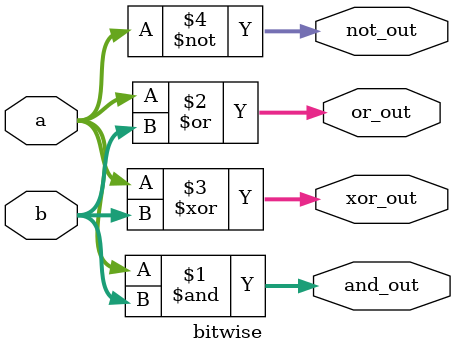
<source format=sv>
module bitwise (
    input  logic [7:0] a, b,
    output logic [7:0] and_out, or_out, xor_out, not_out
);
    assign and_out = a & b;
    assign or_out  = a | b;
    assign xor_out = a ^ b;
    assign not_out = ~a;
endmodule

</source>
